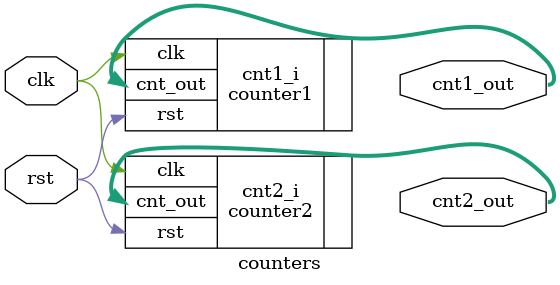
<source format=v>
`timescale 1ps / 1ps

module counters (
    input clk,
    input rst,

    output [7:0] cnt1_out,
    output [7:0] cnt2_out
    );

    counter1 cnt1_i(
        .clk(clk),
        .rst(rst),

        .cnt_out(cnt1_out)
    );

    counter2 cnt2_i(
        .clk(clk),
        .rst(rst),

        .cnt_out(cnt2_out)
    );

endmodule

</source>
